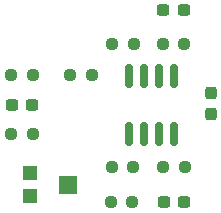
<source format=gtp>
G04 #@! TF.GenerationSoftware,KiCad,Pcbnew,(6.0.0)*
G04 #@! TF.CreationDate,2022-04-12T03:55:14+02:00*
G04 #@! TF.ProjectId,input_stage,696e7075-745f-4737-9461-67652e6b6963,rev?*
G04 #@! TF.SameCoordinates,Original*
G04 #@! TF.FileFunction,Paste,Top*
G04 #@! TF.FilePolarity,Positive*
%FSLAX46Y46*%
G04 Gerber Fmt 4.6, Leading zero omitted, Abs format (unit mm)*
G04 Created by KiCad (PCBNEW (6.0.0)) date 2022-04-12 03:55:14*
%MOMM*%
%LPD*%
G01*
G04 APERTURE LIST*
G04 Aperture macros list*
%AMRoundRect*
0 Rectangle with rounded corners*
0 $1 Rounding radius*
0 $2 $3 $4 $5 $6 $7 $8 $9 X,Y pos of 4 corners*
0 Add a 4 corners polygon primitive as box body*
4,1,4,$2,$3,$4,$5,$6,$7,$8,$9,$2,$3,0*
0 Add four circle primitives for the rounded corners*
1,1,$1+$1,$2,$3*
1,1,$1+$1,$4,$5*
1,1,$1+$1,$6,$7*
1,1,$1+$1,$8,$9*
0 Add four rect primitives between the rounded corners*
20,1,$1+$1,$2,$3,$4,$5,0*
20,1,$1+$1,$4,$5,$6,$7,0*
20,1,$1+$1,$6,$7,$8,$9,0*
20,1,$1+$1,$8,$9,$2,$3,0*%
G04 Aperture macros list end*
%ADD10R,1.200000X1.200000*%
%ADD11R,1.500000X1.600000*%
%ADD12RoundRect,0.237500X-0.250000X-0.237500X0.250000X-0.237500X0.250000X0.237500X-0.250000X0.237500X0*%
%ADD13RoundRect,0.237500X0.300000X0.237500X-0.300000X0.237500X-0.300000X-0.237500X0.300000X-0.237500X0*%
%ADD14RoundRect,0.237500X0.237500X-0.300000X0.237500X0.300000X-0.237500X0.300000X-0.237500X-0.300000X0*%
%ADD15RoundRect,0.237500X-0.300000X-0.237500X0.300000X-0.237500X0.300000X0.237500X-0.300000X0.237500X0*%
%ADD16RoundRect,0.150000X-0.150000X0.825000X-0.150000X-0.825000X0.150000X-0.825000X0.150000X0.825000X0*%
%ADD17RoundRect,0.237500X0.250000X0.237500X-0.250000X0.237500X-0.250000X-0.237500X0.250000X-0.237500X0*%
G04 APERTURE END LIST*
D10*
X94450000Y-118500000D03*
X94450000Y-120500000D03*
D11*
X97700000Y-119500000D03*
D12*
X101425000Y-107600000D03*
X103250000Y-107600000D03*
D13*
X107450000Y-104750000D03*
X105725000Y-104750000D03*
D14*
X109750000Y-113500000D03*
X109750000Y-111775000D03*
D12*
X107500000Y-107600000D03*
X105675000Y-107600000D03*
X103187500Y-118000000D03*
X101362500Y-118000000D03*
X94662500Y-115250000D03*
X92837500Y-115250000D03*
X103100000Y-121000000D03*
X101275000Y-121000000D03*
D15*
X94612500Y-112750000D03*
X92887500Y-112750000D03*
X107475000Y-121000000D03*
X105750000Y-121000000D03*
D12*
X94662500Y-110250000D03*
X92837500Y-110250000D03*
X99662500Y-110250000D03*
X97837500Y-110250000D03*
D16*
X106655000Y-115225000D03*
X105385000Y-115225000D03*
X104115000Y-115225000D03*
X102845000Y-115225000D03*
X102845000Y-110275000D03*
X104115000Y-110275000D03*
X105385000Y-110275000D03*
X106655000Y-110275000D03*
D17*
X105700000Y-118000000D03*
X107525000Y-118000000D03*
M02*

</source>
